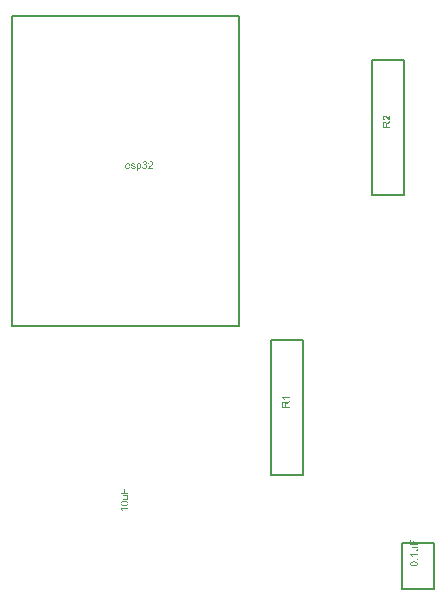
<source format=gbr>
G04*
G04 #@! TF.GenerationSoftware,Altium Limited,Altium Designer,22.4.2 (48)*
G04*
G04 Layer_Color=16711935*
%FSLAX25Y25*%
%MOIN*%
G70*
G04*
G04 #@! TF.SameCoordinates,897C8E4D-7720-40B5-A877-0FB78C4BABC8*
G04*
G04*
G04 #@! TF.FilePolarity,Positive*
G04*
G01*
G75*
%ADD13C,0.00787*%
G36*
X436736Y339615D02*
X437515D01*
Y340798D01*
X437813D01*
Y339615D01*
X438956D01*
Y339280D01*
X436438D01*
Y340984D01*
X436736D01*
Y339615D01*
D02*
G37*
G36*
X438956Y338465D02*
X438691D01*
X438694Y338461D01*
X438705Y338454D01*
X438720Y338443D01*
X438738Y338425D01*
X438760Y338403D01*
X438789Y338378D01*
X438814Y338348D01*
X438843Y338312D01*
X438873Y338272D01*
X438898Y338228D01*
X438924Y338181D01*
X438949Y338130D01*
X438967Y338072D01*
X438982Y338014D01*
X438993Y337948D01*
X438996Y337882D01*
Y337857D01*
X438993Y337824D01*
X438989Y337784D01*
X438982Y337737D01*
X438971Y337686D01*
X438956Y337635D01*
X438935Y337580D01*
X438931Y337573D01*
X438924Y337559D01*
X438909Y337533D01*
X438891Y337504D01*
X438869Y337468D01*
X438843Y337435D01*
X438814Y337402D01*
X438782Y337373D01*
X438778Y337369D01*
X438763Y337362D01*
X438745Y337351D01*
X438716Y337336D01*
X438683Y337318D01*
X438643Y337304D01*
X438600Y337289D01*
X438552Y337278D01*
X438549D01*
X438534Y337275D01*
X438512Y337271D01*
X438483D01*
X438440Y337267D01*
X438392Y337264D01*
X438330Y337260D01*
X438261D01*
X437129D01*
Y337569D01*
X438145D01*
X438148D01*
X438156D01*
X438167D01*
X438185D01*
X438225D01*
X438276Y337573D01*
X438330D01*
X438385Y337577D01*
X438432Y337580D01*
X438472Y337588D01*
X438476D01*
X438490Y337595D01*
X438512Y337602D01*
X438541Y337613D01*
X438570Y337631D01*
X438603Y337653D01*
X438632Y337679D01*
X438661Y337711D01*
X438665Y337715D01*
X438672Y337730D01*
X438683Y337748D01*
X438694Y337777D01*
X438709Y337810D01*
X438720Y337850D01*
X438727Y337893D01*
X438731Y337944D01*
Y337970D01*
X438727Y337995D01*
X438723Y338028D01*
X438713Y338068D01*
X438702Y338112D01*
X438683Y338159D01*
X438661Y338207D01*
X438658Y338214D01*
X438647Y338228D01*
X438632Y338250D01*
X438611Y338276D01*
X438581Y338305D01*
X438549Y338334D01*
X438512Y338359D01*
X438469Y338381D01*
X438461Y338385D01*
X438447Y338388D01*
X438418Y338396D01*
X438378Y338407D01*
X438327Y338418D01*
X438265Y338425D01*
X438192Y338428D01*
X438108Y338432D01*
X437129D01*
Y338742D01*
X438956D01*
Y338465D01*
D02*
G37*
G36*
X437828Y336863D02*
X437872D01*
X437919Y336860D01*
X437970Y336856D01*
X438086Y336845D01*
X438206Y336827D01*
X438323Y336805D01*
X438378Y336790D01*
X438432Y336772D01*
X438436D01*
X438443Y336769D01*
X438458Y336761D01*
X438476Y336754D01*
X438501Y336747D01*
X438527Y336732D01*
X438589Y336703D01*
X438654Y336667D01*
X438727Y336619D01*
X438793Y336565D01*
X438854Y336499D01*
Y336496D01*
X438862Y336492D01*
X438869Y336481D01*
X438876Y336467D01*
X438887Y336448D01*
X438902Y336430D01*
X438927Y336376D01*
X438953Y336310D01*
X438978Y336234D01*
X438993Y336143D01*
X439000Y336044D01*
Y336008D01*
X438996Y335982D01*
X438993Y335953D01*
X438985Y335917D01*
X438978Y335877D01*
X438967Y335833D01*
X438953Y335789D01*
X438938Y335742D01*
X438916Y335695D01*
X438891Y335648D01*
X438862Y335600D01*
X438825Y335553D01*
X438785Y335509D01*
X438742Y335469D01*
X438738Y335466D01*
X438727Y335458D01*
X438709Y335447D01*
X438680Y335429D01*
X438647Y335411D01*
X438603Y335393D01*
X438552Y335367D01*
X438494Y335345D01*
X438428Y335324D01*
X438352Y335302D01*
X438268Y335280D01*
X438174Y335262D01*
X438072Y335244D01*
X437963Y335233D01*
X437843Y335225D01*
X437715Y335222D01*
X437711D01*
X437697D01*
X437671D01*
X437642D01*
X437602Y335225D01*
X437559D01*
X437511Y335229D01*
X437457Y335233D01*
X437344Y335244D01*
X437224Y335262D01*
X437104Y335284D01*
X437049Y335298D01*
X436994Y335313D01*
X436991D01*
X436983Y335316D01*
X436969Y335324D01*
X436951Y335331D01*
X436925Y335338D01*
X436900Y335353D01*
X436838Y335382D01*
X436772Y335418D01*
X436703Y335466D01*
X436634Y335520D01*
X436576Y335586D01*
Y335589D01*
X436568Y335593D01*
X436561Y335604D01*
X436554Y335618D01*
X436539Y335637D01*
X436528Y335659D01*
X436499Y335713D01*
X436474Y335779D01*
X436448Y335855D01*
X436434Y335946D01*
X436427Y336044D01*
Y336077D01*
X436430Y336117D01*
X436438Y336164D01*
X436448Y336219D01*
X436463Y336277D01*
X436481Y336339D01*
X436510Y336397D01*
Y336401D01*
X436514Y336405D01*
X436525Y336423D01*
X436543Y336452D01*
X436568Y336488D01*
X436605Y336528D01*
X436645Y336572D01*
X436692Y336612D01*
X436747Y336652D01*
X436754Y336656D01*
X436772Y336670D01*
X436805Y336685D01*
X436852Y336710D01*
X436907Y336732D01*
X436969Y336761D01*
X437042Y336787D01*
X437122Y336809D01*
X437125D01*
X437133Y336812D01*
X437144Y336816D01*
X437162Y336820D01*
X437184Y336823D01*
X437209Y336827D01*
X437242Y336834D01*
X437278Y336838D01*
X437318Y336845D01*
X437362Y336849D01*
X437413Y336852D01*
X437464Y336860D01*
X437522Y336863D01*
X437580D01*
X437646Y336867D01*
X437715D01*
X437719D01*
X437733D01*
X437759D01*
X437788D01*
X437828Y336863D01*
D02*
G37*
G36*
X438956Y334119D02*
X436987D01*
X436991Y334115D01*
X437005Y334097D01*
X437027Y334075D01*
X437053Y334039D01*
X437085Y333999D01*
X437122Y333948D01*
X437162Y333889D01*
X437202Y333824D01*
Y333820D01*
X437206Y333817D01*
X437220Y333795D01*
X437238Y333758D01*
X437260Y333715D01*
X437286Y333664D01*
X437311Y333609D01*
X437336Y333555D01*
X437358Y333500D01*
X437060D01*
Y333504D01*
X437053Y333511D01*
X437049Y333525D01*
X437038Y333544D01*
X437027Y333565D01*
X437013Y333591D01*
X436976Y333653D01*
X436936Y333726D01*
X436885Y333798D01*
X436827Y333875D01*
X436765Y333951D01*
X436761Y333955D01*
X436758Y333959D01*
X436747Y333969D01*
X436736Y333984D01*
X436699Y334017D01*
X436656Y334061D01*
X436605Y334104D01*
X436547Y334152D01*
X436488Y334192D01*
X436427Y334228D01*
Y334428D01*
X438956D01*
Y334119D01*
D02*
G37*
G36*
X492741Y371265D02*
X490772D01*
X490775Y371261D01*
X490790Y371243D01*
X490812Y371221D01*
X490837Y371185D01*
X490870Y371145D01*
X490907Y371094D01*
X490947Y371036D01*
X490987Y370970D01*
Y370967D01*
X490990Y370963D01*
X491005Y370941D01*
X491023Y370905D01*
X491045Y370861D01*
X491070Y370810D01*
X491096Y370756D01*
X491121Y370701D01*
X491143Y370646D01*
X490845D01*
Y370650D01*
X490837Y370657D01*
X490834Y370672D01*
X490823Y370690D01*
X490812Y370712D01*
X490797Y370737D01*
X490761Y370799D01*
X490721Y370872D01*
X490670Y370945D01*
X490612Y371021D01*
X490550Y371098D01*
X490546Y371101D01*
X490543Y371105D01*
X490532Y371116D01*
X490521Y371130D01*
X490484Y371163D01*
X490441Y371207D01*
X490390Y371251D01*
X490331Y371298D01*
X490273Y371338D01*
X490211Y371374D01*
Y371574D01*
X492741D01*
Y371265D01*
D02*
G37*
G36*
Y369798D02*
X492217Y369467D01*
X492213D01*
X492206Y369460D01*
X492195Y369452D01*
X492181Y369441D01*
X492140Y369416D01*
X492090Y369383D01*
X492035Y369343D01*
X491977Y369303D01*
X491922Y369263D01*
X491871Y369227D01*
X491867Y369223D01*
X491853Y369212D01*
X491831Y369194D01*
X491806Y369168D01*
X491751Y369114D01*
X491726Y369085D01*
X491704Y369056D01*
X491700Y369052D01*
X491696Y369045D01*
X491689Y369030D01*
X491678Y369008D01*
X491667Y368986D01*
X491656Y368961D01*
X491638Y368903D01*
Y368899D01*
X491635Y368892D01*
Y368877D01*
X491631Y368859D01*
X491627Y368834D01*
Y368804D01*
X491624Y368764D01*
Y368335D01*
X492741D01*
Y368000D01*
X490222D01*
Y369168D01*
X490226Y369198D01*
Y369230D01*
X490230Y369307D01*
X490240Y369387D01*
X490251Y369474D01*
X490270Y369554D01*
X490280Y369594D01*
X490291Y369627D01*
Y369631D01*
X490295Y369634D01*
X490306Y369656D01*
X490320Y369689D01*
X490346Y369729D01*
X490379Y369773D01*
X490422Y369820D01*
X490473Y369864D01*
X490532Y369907D01*
X490535D01*
X490539Y369911D01*
X490561Y369926D01*
X490597Y369940D01*
X490645Y369962D01*
X490699Y369980D01*
X490765Y369998D01*
X490834Y370009D01*
X490910Y370013D01*
X490914D01*
X490921D01*
X490936D01*
X490954Y370009D01*
X490979D01*
X491005Y370006D01*
X491067Y369991D01*
X491140Y369969D01*
X491216Y369940D01*
X491292Y369896D01*
X491329Y369867D01*
X491365Y369838D01*
X491369Y369835D01*
X491372Y369831D01*
X491383Y369820D01*
X491394Y369805D01*
X491409Y369787D01*
X491423Y369765D01*
X491442Y369736D01*
X491464Y369707D01*
X491482Y369671D01*
X491500Y369631D01*
X491522Y369587D01*
X491540Y369540D01*
X491554Y369485D01*
X491573Y369430D01*
X491584Y369369D01*
X491595Y369303D01*
X491598Y369310D01*
X491605Y369325D01*
X491620Y369347D01*
X491635Y369376D01*
X491675Y369441D01*
X491700Y369474D01*
X491722Y369503D01*
X491729Y369511D01*
X491747Y369529D01*
X491777Y369558D01*
X491813Y369594D01*
X491864Y369634D01*
X491919Y369682D01*
X491984Y369729D01*
X492057Y369780D01*
X492741Y370213D01*
Y369798D01*
D02*
G37*
G36*
X526367Y463646D02*
X526364D01*
X526349D01*
X526327D01*
X526298Y463649D01*
X526265Y463653D01*
X526229Y463660D01*
X526192Y463667D01*
X526152Y463682D01*
X526149D01*
X526145Y463686D01*
X526123Y463693D01*
X526090Y463707D01*
X526047Y463729D01*
X525996Y463758D01*
X525938Y463795D01*
X525879Y463835D01*
X525817Y463886D01*
X525814D01*
X525810Y463893D01*
X525788Y463911D01*
X525756Y463944D01*
X525708Y463991D01*
X525654Y464046D01*
X525588Y464115D01*
X525515Y464199D01*
X525439Y464290D01*
X525435Y464293D01*
X525424Y464308D01*
X525406Y464330D01*
X525384Y464355D01*
X525355Y464388D01*
X525322Y464428D01*
X525286Y464468D01*
X525246Y464516D01*
X525159Y464607D01*
X525071Y464698D01*
X525028Y464741D01*
X524984Y464781D01*
X524944Y464818D01*
X524904Y464847D01*
X524900D01*
X524897Y464854D01*
X524886Y464861D01*
X524871Y464869D01*
X524831Y464894D01*
X524784Y464923D01*
X524725Y464949D01*
X524664Y464974D01*
X524594Y464989D01*
X524529Y464996D01*
X524525D01*
X524522D01*
X524500Y464992D01*
X524463Y464989D01*
X524423Y464978D01*
X524372Y464963D01*
X524321Y464938D01*
X524270Y464905D01*
X524220Y464861D01*
X524212Y464854D01*
X524198Y464836D01*
X524180Y464810D01*
X524154Y464770D01*
X524132Y464719D01*
X524110Y464661D01*
X524096Y464592D01*
X524092Y464516D01*
Y464494D01*
X524096Y464479D01*
X524099Y464435D01*
X524110Y464385D01*
X524125Y464330D01*
X524150Y464268D01*
X524183Y464210D01*
X524227Y464155D01*
X524234Y464148D01*
X524252Y464133D01*
X524281Y464112D01*
X524325Y464090D01*
X524376Y464064D01*
X524442Y464042D01*
X524514Y464028D01*
X524598Y464020D01*
X524565Y463704D01*
X524562D01*
X524551Y463707D01*
X524533D01*
X524507Y463711D01*
X524478Y463718D01*
X524445Y463726D01*
X524405Y463737D01*
X524365Y463748D01*
X524278Y463777D01*
X524190Y463820D01*
X524147Y463846D01*
X524103Y463879D01*
X524063Y463911D01*
X524027Y463948D01*
X524023Y463951D01*
X524019Y463959D01*
X524008Y463970D01*
X523997Y463988D01*
X523983Y464010D01*
X523968Y464035D01*
X523950Y464064D01*
X523932Y464101D01*
X523914Y464141D01*
X523896Y464184D01*
X523881Y464232D01*
X523866Y464283D01*
X523855Y464337D01*
X523845Y464395D01*
X523841Y464457D01*
X523837Y464523D01*
Y464559D01*
X523841Y464585D01*
X523845Y464614D01*
X523848Y464650D01*
X523855Y464690D01*
X523863Y464730D01*
X523888Y464825D01*
X523925Y464920D01*
X523947Y464967D01*
X523972Y465014D01*
X524005Y465058D01*
X524041Y465098D01*
X524045Y465102D01*
X524048Y465109D01*
X524063Y465116D01*
X524078Y465131D01*
X524096Y465149D01*
X524121Y465167D01*
X524147Y465185D01*
X524180Y465207D01*
X524249Y465244D01*
X524336Y465280D01*
X524380Y465295D01*
X524431Y465302D01*
X524482Y465309D01*
X524536Y465313D01*
X524544D01*
X524562D01*
X524591Y465309D01*
X524631Y465305D01*
X524675Y465298D01*
X524725Y465284D01*
X524780Y465269D01*
X524835Y465247D01*
X524842Y465244D01*
X524860Y465236D01*
X524889Y465222D01*
X524929Y465200D01*
X524973Y465171D01*
X525028Y465134D01*
X525082Y465091D01*
X525144Y465040D01*
X525151Y465032D01*
X525173Y465014D01*
X525191Y464996D01*
X525210Y464978D01*
X525231Y464956D01*
X525261Y464927D01*
X525290Y464898D01*
X525322Y464861D01*
X525359Y464825D01*
X525399Y464781D01*
X525439Y464734D01*
X525486Y464683D01*
X525534Y464625D01*
X525585Y464567D01*
X525588Y464563D01*
X525595Y464556D01*
X525606Y464541D01*
X525621Y464523D01*
X525643Y464501D01*
X525665Y464475D01*
X525712Y464417D01*
X525767Y464355D01*
X525821Y464297D01*
X525868Y464246D01*
X525887Y464224D01*
X525905Y464206D01*
X525909Y464202D01*
X525919Y464192D01*
X525934Y464177D01*
X525956Y464159D01*
X525981Y464141D01*
X526007Y464119D01*
X526069Y464075D01*
Y465316D01*
X526367D01*
Y463646D01*
D02*
G37*
G36*
Y463078D02*
X525843Y462746D01*
X525839D01*
X525832Y462739D01*
X525821Y462732D01*
X525807Y462721D01*
X525767Y462696D01*
X525716Y462663D01*
X525661Y462623D01*
X525603Y462583D01*
X525548Y462543D01*
X525497Y462506D01*
X525493Y462503D01*
X525479Y462492D01*
X525457Y462473D01*
X525432Y462448D01*
X525377Y462393D01*
X525352Y462364D01*
X525330Y462335D01*
X525326Y462332D01*
X525322Y462324D01*
X525315Y462310D01*
X525304Y462288D01*
X525293Y462266D01*
X525282Y462241D01*
X525264Y462182D01*
Y462179D01*
X525261Y462171D01*
Y462157D01*
X525257Y462139D01*
X525253Y462113D01*
Y462084D01*
X525250Y462044D01*
Y461615D01*
X526367D01*
Y461280D01*
X523848D01*
Y462448D01*
X523852Y462477D01*
Y462510D01*
X523855Y462586D01*
X523866Y462666D01*
X523877Y462754D01*
X523896Y462834D01*
X523907Y462874D01*
X523917Y462907D01*
Y462910D01*
X523921Y462914D01*
X523932Y462936D01*
X523947Y462969D01*
X523972Y463009D01*
X524005Y463052D01*
X524048Y463100D01*
X524099Y463143D01*
X524158Y463187D01*
X524161D01*
X524165Y463191D01*
X524187Y463205D01*
X524223Y463220D01*
X524270Y463242D01*
X524325Y463260D01*
X524391Y463278D01*
X524460Y463289D01*
X524536Y463293D01*
X524540D01*
X524547D01*
X524562D01*
X524580Y463289D01*
X524605D01*
X524631Y463285D01*
X524693Y463271D01*
X524765Y463249D01*
X524842Y463220D01*
X524918Y463176D01*
X524955Y463147D01*
X524991Y463118D01*
X524995Y463114D01*
X524999Y463110D01*
X525009Y463100D01*
X525020Y463085D01*
X525035Y463067D01*
X525049Y463045D01*
X525068Y463016D01*
X525090Y462987D01*
X525108Y462950D01*
X525126Y462910D01*
X525148Y462867D01*
X525166Y462819D01*
X525180Y462765D01*
X525199Y462710D01*
X525210Y462648D01*
X525220Y462583D01*
X525224Y462590D01*
X525231Y462605D01*
X525246Y462626D01*
X525261Y462655D01*
X525301Y462721D01*
X525326Y462754D01*
X525348Y462783D01*
X525355Y462790D01*
X525373Y462808D01*
X525402Y462838D01*
X525439Y462874D01*
X525490Y462914D01*
X525545Y462961D01*
X525610Y463009D01*
X525683Y463060D01*
X526367Y463493D01*
Y463078D01*
D02*
G37*
G36*
X533236Y322410D02*
X534015D01*
Y323593D01*
X534313D01*
Y322410D01*
X535456D01*
Y322075D01*
X532937D01*
Y323778D01*
X533236D01*
Y322410D01*
D02*
G37*
G36*
X535456Y321259D02*
X535191D01*
X535194Y321256D01*
X535205Y321249D01*
X535220Y321238D01*
X535238Y321219D01*
X535260Y321198D01*
X535289Y321172D01*
X535314Y321143D01*
X535344Y321107D01*
X535373Y321067D01*
X535398Y321023D01*
X535424Y320976D01*
X535449Y320925D01*
X535467Y320866D01*
X535482Y320808D01*
X535493Y320743D01*
X535496Y320677D01*
Y320652D01*
X535493Y320619D01*
X535489Y320579D01*
X535482Y320532D01*
X535471Y320480D01*
X535456Y320430D01*
X535434Y320375D01*
X535431Y320368D01*
X535424Y320353D01*
X535409Y320328D01*
X535391Y320299D01*
X535369Y320262D01*
X535344Y320229D01*
X535314Y320197D01*
X535282Y320167D01*
X535278Y320164D01*
X535263Y320157D01*
X535245Y320146D01*
X535216Y320131D01*
X535183Y320113D01*
X535143Y320098D01*
X535100Y320084D01*
X535052Y320073D01*
X535049D01*
X535034Y320069D01*
X535012Y320065D01*
X534983D01*
X534939Y320062D01*
X534892Y320058D01*
X534830Y320055D01*
X534761D01*
X533629D01*
Y320364D01*
X534645D01*
X534648D01*
X534656D01*
X534666D01*
X534685D01*
X534725D01*
X534776Y320368D01*
X534830D01*
X534885Y320371D01*
X534932Y320375D01*
X534972Y320382D01*
X534976D01*
X534990Y320390D01*
X535012Y320397D01*
X535041Y320408D01*
X535071Y320426D01*
X535103Y320448D01*
X535132Y320473D01*
X535161Y320506D01*
X535165Y320510D01*
X535172Y320524D01*
X535183Y320542D01*
X535194Y320571D01*
X535209Y320604D01*
X535220Y320644D01*
X535227Y320688D01*
X535231Y320739D01*
Y320764D01*
X535227Y320790D01*
X535223Y320823D01*
X535213Y320863D01*
X535202Y320906D01*
X535183Y320954D01*
X535161Y321001D01*
X535158Y321008D01*
X535147Y321023D01*
X535132Y321045D01*
X535111Y321070D01*
X535081Y321099D01*
X535049Y321128D01*
X535012Y321154D01*
X534969Y321176D01*
X534961Y321179D01*
X534947Y321183D01*
X534918Y321190D01*
X534878Y321201D01*
X534827Y321212D01*
X534765Y321219D01*
X534692Y321223D01*
X534608Y321227D01*
X533629D01*
Y321536D01*
X535456D01*
Y321259D01*
D02*
G37*
G36*
Y318872D02*
X533487D01*
X533491Y318868D01*
X533505Y318850D01*
X533527Y318828D01*
X533553Y318792D01*
X533585Y318752D01*
X533622Y318701D01*
X533662Y318642D01*
X533702Y318577D01*
Y318573D01*
X533706Y318569D01*
X533720Y318548D01*
X533738Y318511D01*
X533760Y318468D01*
X533786Y318417D01*
X533811Y318362D01*
X533837Y318307D01*
X533858Y318253D01*
X533560D01*
Y318256D01*
X533553Y318264D01*
X533549Y318278D01*
X533538Y318297D01*
X533527Y318318D01*
X533513Y318344D01*
X533476Y318406D01*
X533436Y318478D01*
X533385Y318551D01*
X533327Y318628D01*
X533265Y318704D01*
X533261Y318708D01*
X533258Y318711D01*
X533247Y318722D01*
X533236Y318737D01*
X533200Y318770D01*
X533156Y318813D01*
X533105Y318857D01*
X533047Y318904D01*
X532988Y318944D01*
X532927Y318981D01*
Y319181D01*
X535456D01*
Y318872D01*
D02*
G37*
G36*
Y317212D02*
X535103D01*
Y317565D01*
X535456D01*
Y317212D01*
D02*
G37*
G36*
X534328Y316720D02*
X534372D01*
X534419Y316717D01*
X534470Y316713D01*
X534586Y316702D01*
X534706Y316684D01*
X534823Y316662D01*
X534878Y316648D01*
X534932Y316629D01*
X534936D01*
X534943Y316626D01*
X534958Y316618D01*
X534976Y316611D01*
X535001Y316604D01*
X535027Y316589D01*
X535089Y316560D01*
X535154Y316524D01*
X535227Y316476D01*
X535293Y316422D01*
X535354Y316356D01*
Y316353D01*
X535362Y316349D01*
X535369Y316338D01*
X535376Y316324D01*
X535387Y316305D01*
X535402Y316287D01*
X535427Y316233D01*
X535453Y316167D01*
X535478Y316091D01*
X535493Y316000D01*
X535500Y315901D01*
Y315865D01*
X535496Y315840D01*
X535493Y315810D01*
X535486Y315774D01*
X535478Y315734D01*
X535467Y315690D01*
X535453Y315647D01*
X535438Y315599D01*
X535416Y315552D01*
X535391Y315505D01*
X535362Y315457D01*
X535325Y315410D01*
X535285Y315366D01*
X535242Y315326D01*
X535238Y315323D01*
X535227Y315315D01*
X535209Y315304D01*
X535180Y315286D01*
X535147Y315268D01*
X535103Y315250D01*
X535052Y315224D01*
X534994Y315202D01*
X534929Y315181D01*
X534852Y315159D01*
X534768Y315137D01*
X534674Y315119D01*
X534572Y315101D01*
X534463Y315090D01*
X534342Y315082D01*
X534215Y315079D01*
X534211D01*
X534197D01*
X534171D01*
X534142D01*
X534102Y315082D01*
X534059D01*
X534011Y315086D01*
X533957Y315090D01*
X533844Y315101D01*
X533724Y315119D01*
X533604Y315141D01*
X533549Y315155D01*
X533494Y315170D01*
X533491D01*
X533484Y315173D01*
X533469Y315181D01*
X533451Y315188D01*
X533425Y315195D01*
X533400Y315210D01*
X533338Y315239D01*
X533272Y315275D01*
X533203Y315323D01*
X533134Y315377D01*
X533076Y315443D01*
Y315446D01*
X533069Y315450D01*
X533061Y315461D01*
X533054Y315476D01*
X533039Y315494D01*
X533029Y315515D01*
X532999Y315570D01*
X532974Y315636D01*
X532948Y315712D01*
X532934Y315803D01*
X532927Y315901D01*
Y315934D01*
X532930Y315974D01*
X532937Y316021D01*
X532948Y316076D01*
X532963Y316134D01*
X532981Y316196D01*
X533010Y316254D01*
Y316258D01*
X533014Y316262D01*
X533025Y316280D01*
X533043Y316309D01*
X533069Y316346D01*
X533105Y316386D01*
X533145Y316429D01*
X533192Y316469D01*
X533247Y316509D01*
X533254Y316513D01*
X533272Y316528D01*
X533305Y316542D01*
X533352Y316567D01*
X533407Y316589D01*
X533469Y316618D01*
X533542Y316644D01*
X533622Y316666D01*
X533625D01*
X533633Y316669D01*
X533644Y316673D01*
X533662Y316677D01*
X533684Y316680D01*
X533709Y316684D01*
X533742Y316691D01*
X533778Y316695D01*
X533818Y316702D01*
X533862Y316706D01*
X533913Y316709D01*
X533964Y316717D01*
X534022Y316720D01*
X534080D01*
X534146Y316724D01*
X534215D01*
X534219D01*
X534233D01*
X534259D01*
X534288D01*
X534328Y316720D01*
D02*
G37*
G36*
X442657Y449468D02*
X442682Y449464D01*
X442737Y449457D01*
X442802Y449442D01*
X442871Y449421D01*
X442940Y449388D01*
X443010Y449348D01*
X443013D01*
X443017Y449341D01*
X443039Y449326D01*
X443072Y449297D01*
X443112Y449261D01*
X443155Y449213D01*
X443199Y449155D01*
X443243Y449086D01*
X443279Y449009D01*
Y449006D01*
X443283Y448998D01*
X443286Y448987D01*
X443294Y448973D01*
X443301Y448951D01*
X443308Y448926D01*
X443326Y448867D01*
X443344Y448795D01*
X443359Y448714D01*
X443370Y448624D01*
X443374Y448529D01*
Y448525D01*
Y448518D01*
Y448503D01*
Y448482D01*
X443370Y448456D01*
Y448427D01*
X443363Y448361D01*
X443348Y448281D01*
X443330Y448198D01*
X443304Y448110D01*
X443272Y448023D01*
Y448019D01*
X443268Y448012D01*
X443261Y448001D01*
X443254Y447987D01*
X443228Y447947D01*
X443195Y447895D01*
X443155Y447841D01*
X443104Y447786D01*
X443046Y447732D01*
X442977Y447681D01*
X442973D01*
X442970Y447677D01*
X442959Y447670D01*
X442944Y447663D01*
X442908Y447644D01*
X442857Y447622D01*
X442795Y447601D01*
X442729Y447582D01*
X442653Y447568D01*
X442576Y447564D01*
X442551D01*
X442522Y447568D01*
X442485Y447572D01*
X442442Y447579D01*
X442394Y447590D01*
X442347Y447604D01*
X442300Y447626D01*
X442296Y447630D01*
X442278Y447637D01*
X442256Y447652D01*
X442227Y447674D01*
X442198Y447695D01*
X442162Y447724D01*
X442129Y447757D01*
X442100Y447794D01*
Y446905D01*
X441790D01*
Y449432D01*
X442070D01*
Y449191D01*
X442074Y449199D01*
X442089Y449213D01*
X442107Y449239D01*
X442136Y449268D01*
X442169Y449304D01*
X442205Y449337D01*
X442249Y449370D01*
X442292Y449399D01*
X442300Y449403D01*
X442314Y449410D01*
X442344Y449421D01*
X442380Y449435D01*
X442423Y449450D01*
X442475Y449461D01*
X442533Y449468D01*
X442598Y449472D01*
X442638D01*
X442657Y449468D01*
D02*
G37*
G36*
X444527Y450131D02*
X444575Y450123D01*
X444633Y450112D01*
X444698Y450094D01*
X444764Y450072D01*
X444830Y450043D01*
X444833D01*
X444837Y450039D01*
X444859Y450029D01*
X444892Y450007D01*
X444928Y449981D01*
X444972Y449945D01*
X445015Y449905D01*
X445059Y449858D01*
X445095Y449803D01*
X445099Y449796D01*
X445110Y449777D01*
X445124Y449745D01*
X445143Y449705D01*
X445161Y449657D01*
X445175Y449603D01*
X445186Y449541D01*
X445190Y449479D01*
Y449472D01*
Y449450D01*
X445186Y449421D01*
X445179Y449381D01*
X445168Y449333D01*
X445150Y449282D01*
X445128Y449231D01*
X445099Y449180D01*
X445095Y449173D01*
X445084Y449159D01*
X445063Y449133D01*
X445033Y449104D01*
X444997Y449071D01*
X444953Y449035D01*
X444902Y449002D01*
X444840Y448969D01*
X444844D01*
X444851Y448966D01*
X444862Y448962D01*
X444877Y448958D01*
X444917Y448944D01*
X444968Y448922D01*
X445026Y448893D01*
X445084Y448856D01*
X445139Y448809D01*
X445190Y448755D01*
X445194Y448747D01*
X445208Y448725D01*
X445230Y448689D01*
X445252Y448642D01*
X445274Y448584D01*
X445295Y448514D01*
X445310Y448434D01*
X445314Y448347D01*
Y448343D01*
Y448332D01*
Y448314D01*
X445310Y448292D01*
X445306Y448263D01*
X445299Y448230D01*
X445292Y448194D01*
X445285Y448154D01*
X445256Y448067D01*
X445234Y448019D01*
X445212Y447976D01*
X445183Y447928D01*
X445150Y447881D01*
X445114Y447834D01*
X445070Y447790D01*
X445066Y447786D01*
X445059Y447779D01*
X445044Y447768D01*
X445026Y447753D01*
X445004Y447735D01*
X444975Y447717D01*
X444942Y447695D01*
X444902Y447677D01*
X444862Y447655D01*
X444815Y447633D01*
X444768Y447615D01*
X444713Y447597D01*
X444655Y447582D01*
X444593Y447572D01*
X444531Y447564D01*
X444462Y447561D01*
X444429D01*
X444407Y447564D01*
X444378Y447568D01*
X444346Y447572D01*
X444309Y447579D01*
X444269Y447586D01*
X444182Y447608D01*
X444091Y447644D01*
X444043Y447666D01*
X444000Y447692D01*
X443956Y447724D01*
X443912Y447757D01*
X443909Y447761D01*
X443901Y447768D01*
X443890Y447779D01*
X443880Y447794D01*
X443861Y447812D01*
X443843Y447837D01*
X443821Y447863D01*
X443799Y447895D01*
X443778Y447932D01*
X443756Y447968D01*
X443716Y448056D01*
X443683Y448158D01*
X443672Y448212D01*
X443665Y448270D01*
X443974Y448311D01*
Y448307D01*
X443978Y448300D01*
X443982Y448285D01*
X443985Y448267D01*
X443989Y448245D01*
X443996Y448219D01*
X444014Y448165D01*
X444040Y448099D01*
X444072Y448037D01*
X444109Y447979D01*
X444152Y447928D01*
X444160Y447925D01*
X444174Y447910D01*
X444204Y447892D01*
X444240Y447874D01*
X444284Y447852D01*
X444338Y447834D01*
X444400Y447819D01*
X444466Y447815D01*
X444487D01*
X444502Y447819D01*
X444542Y447823D01*
X444593Y447834D01*
X444651Y447852D01*
X444713Y447877D01*
X444775Y447914D01*
X444833Y447965D01*
X444840Y447972D01*
X444859Y447994D01*
X444881Y448027D01*
X444910Y448070D01*
X444939Y448125D01*
X444961Y448187D01*
X444979Y448259D01*
X444986Y448340D01*
Y448343D01*
Y448350D01*
Y448361D01*
X444982Y448376D01*
X444979Y448416D01*
X444968Y448463D01*
X444953Y448522D01*
X444928Y448580D01*
X444892Y448638D01*
X444844Y448693D01*
X444837Y448700D01*
X444819Y448714D01*
X444790Y448736D01*
X444749Y448762D01*
X444698Y448787D01*
X444637Y448809D01*
X444567Y448824D01*
X444491Y448831D01*
X444458D01*
X444433Y448827D01*
X444400Y448824D01*
X444364Y448816D01*
X444320Y448809D01*
X444273Y448798D01*
X444309Y449071D01*
X444327D01*
X444342Y449068D01*
X444389D01*
X444429Y449075D01*
X444477Y449082D01*
X444531Y449093D01*
X444593Y449111D01*
X444651Y449137D01*
X444713Y449169D01*
X444717D01*
X444720Y449173D01*
X444739Y449188D01*
X444764Y449213D01*
X444793Y449246D01*
X444822Y449293D01*
X444848Y449348D01*
X444866Y449410D01*
X444873Y449446D01*
Y449486D01*
Y449490D01*
Y449494D01*
Y449515D01*
X444866Y449544D01*
X444859Y449584D01*
X444844Y449628D01*
X444826Y449676D01*
X444797Y449723D01*
X444757Y449766D01*
X444753Y449770D01*
X444735Y449785D01*
X444709Y449803D01*
X444677Y449825D01*
X444633Y449843D01*
X444582Y449861D01*
X444524Y449876D01*
X444458Y449879D01*
X444429D01*
X444396Y449872D01*
X444353Y449865D01*
X444305Y449850D01*
X444258Y449832D01*
X444207Y449803D01*
X444160Y449766D01*
X444156Y449763D01*
X444142Y449745D01*
X444120Y449719D01*
X444094Y449683D01*
X444069Y449635D01*
X444043Y449577D01*
X444022Y449508D01*
X444007Y449428D01*
X443698Y449482D01*
Y449486D01*
X443701Y449497D01*
X443705Y449512D01*
X443709Y449534D01*
X443716Y449559D01*
X443727Y449588D01*
X443749Y449657D01*
X443785Y449737D01*
X443829Y449817D01*
X443883Y449894D01*
X443952Y449963D01*
X443956Y449967D01*
X443963Y449970D01*
X443974Y449978D01*
X443989Y449989D01*
X444007Y450003D01*
X444032Y450018D01*
X444058Y450032D01*
X444091Y450050D01*
X444164Y450079D01*
X444247Y450109D01*
X444346Y450127D01*
X444396Y450134D01*
X444487D01*
X444527Y450131D01*
D02*
G37*
G36*
X440702Y449468D02*
X440756Y449464D01*
X440815Y449457D01*
X440877Y449442D01*
X440942Y449428D01*
X441004Y449406D01*
X441008D01*
X441011Y449403D01*
X441029Y449395D01*
X441059Y449381D01*
X441095Y449362D01*
X441135Y449337D01*
X441175Y449308D01*
X441211Y449275D01*
X441244Y449239D01*
X441248Y449235D01*
X441255Y449221D01*
X441270Y449195D01*
X441288Y449166D01*
X441306Y449122D01*
X441324Y449075D01*
X441339Y449020D01*
X441353Y448958D01*
X441051Y448918D01*
Y448926D01*
X441048Y448940D01*
X441040Y448966D01*
X441029Y448998D01*
X441011Y449031D01*
X440989Y449068D01*
X440964Y449104D01*
X440928Y449137D01*
X440924Y449140D01*
X440909Y449148D01*
X440887Y449162D01*
X440855Y449177D01*
X440818Y449191D01*
X440771Y449206D01*
X440713Y449213D01*
X440651Y449217D01*
X440615D01*
X440578Y449213D01*
X440531Y449210D01*
X440483Y449199D01*
X440433Y449188D01*
X440385Y449169D01*
X440345Y449144D01*
X440342Y449140D01*
X440331Y449133D01*
X440316Y449119D01*
X440301Y449097D01*
X440283Y449075D01*
X440269Y449046D01*
X440258Y449013D01*
X440254Y448980D01*
Y448977D01*
Y448969D01*
X440258Y448958D01*
Y448944D01*
X440269Y448907D01*
X440290Y448871D01*
X440294Y448867D01*
X440298Y448864D01*
X440305Y448853D01*
X440320Y448842D01*
X440334Y448831D01*
X440356Y448816D01*
X440381Y448806D01*
X440411Y448791D01*
X440414D01*
X440422Y448787D01*
X440436Y448784D01*
X440462Y448773D01*
X440498Y448762D01*
X440545Y448751D01*
X440574Y448740D01*
X440607Y448733D01*
X440644Y448722D01*
X440684Y448711D01*
X440687D01*
X440698Y448707D01*
X440716Y448704D01*
X440738Y448696D01*
X440764Y448689D01*
X440797Y448682D01*
X440866Y448660D01*
X440942Y448638D01*
X441018Y448613D01*
X441088Y448587D01*
X441117Y448576D01*
X441142Y448565D01*
X441150Y448562D01*
X441164Y448554D01*
X441186Y448543D01*
X441219Y448525D01*
X441252Y448503D01*
X441284Y448474D01*
X441317Y448442D01*
X441346Y448405D01*
X441350Y448401D01*
X441357Y448387D01*
X441372Y448365D01*
X441386Y448332D01*
X441397Y448292D01*
X441412Y448249D01*
X441419Y448198D01*
X441423Y448139D01*
Y448132D01*
Y448114D01*
X441419Y448085D01*
X441412Y448045D01*
X441401Y448001D01*
X441383Y447954D01*
X441361Y447899D01*
X441331Y447848D01*
X441328Y447841D01*
X441313Y447826D01*
X441295Y447801D01*
X441266Y447772D01*
X441226Y447739D01*
X441182Y447703D01*
X441131Y447670D01*
X441070Y447637D01*
X441066D01*
X441062Y447633D01*
X441040Y447626D01*
X441004Y447615D01*
X440957Y447601D01*
X440898Y447586D01*
X440833Y447575D01*
X440764Y447568D01*
X440684Y447564D01*
X440651D01*
X440625Y447568D01*
X440596D01*
X440560Y447572D01*
X440523Y447575D01*
X440483Y447582D01*
X440396Y447601D01*
X440305Y447626D01*
X440218Y447663D01*
X440178Y447684D01*
X440141Y447710D01*
X440138Y447714D01*
X440134Y447717D01*
X440112Y447739D01*
X440079Y447772D01*
X440043Y447823D01*
X440003Y447885D01*
X439963Y447957D01*
X439930Y448048D01*
X439905Y448150D01*
X440210Y448198D01*
Y448194D01*
Y448190D01*
X440218Y448169D01*
X440225Y448132D01*
X440239Y448092D01*
X440258Y448048D01*
X440280Y448001D01*
X440312Y447954D01*
X440352Y447914D01*
X440360Y447910D01*
X440374Y447899D01*
X440403Y447885D01*
X440440Y447866D01*
X440487Y447848D01*
X440542Y447834D01*
X440607Y447823D01*
X440684Y447819D01*
X440720D01*
X440756Y447823D01*
X440804Y447830D01*
X440855Y447841D01*
X440909Y447856D01*
X440957Y447874D01*
X441000Y447903D01*
X441004Y447906D01*
X441018Y447917D01*
X441033Y447935D01*
X441055Y447961D01*
X441073Y447990D01*
X441091Y448027D01*
X441102Y448063D01*
X441106Y448107D01*
Y448110D01*
Y448125D01*
X441102Y448143D01*
X441095Y448169D01*
X441084Y448194D01*
X441066Y448219D01*
X441044Y448249D01*
X441011Y448270D01*
X441008Y448274D01*
X440997Y448278D01*
X440978Y448289D01*
X440949Y448300D01*
X440906Y448314D01*
X440880Y448325D01*
X440851Y448332D01*
X440818Y448343D01*
X440782Y448354D01*
X440742Y448365D01*
X440695Y448376D01*
X440691D01*
X440680Y448380D01*
X440662Y448383D01*
X440640Y448390D01*
X440611Y448398D01*
X440578Y448409D01*
X440509Y448427D01*
X440429Y448452D01*
X440352Y448474D01*
X440280Y448500D01*
X440247Y448514D01*
X440221Y448525D01*
X440214Y448529D01*
X440200Y448536D01*
X440178Y448551D01*
X440148Y448569D01*
X440116Y448594D01*
X440083Y448624D01*
X440050Y448656D01*
X440021Y448696D01*
X440018Y448700D01*
X440010Y448714D01*
X439999Y448740D01*
X439988Y448769D01*
X439978Y448806D01*
X439967Y448849D01*
X439959Y448893D01*
X439956Y448944D01*
Y448951D01*
Y448966D01*
X439959Y448987D01*
X439963Y449020D01*
X439970Y449053D01*
X439978Y449093D01*
X439992Y449129D01*
X440010Y449169D01*
X440014Y449173D01*
X440021Y449188D01*
X440032Y449206D01*
X440050Y449231D01*
X440072Y449257D01*
X440098Y449290D01*
X440127Y449319D01*
X440163Y449344D01*
X440167Y449348D01*
X440178Y449352D01*
X440192Y449362D01*
X440214Y449373D01*
X440243Y449388D01*
X440276Y449403D01*
X440316Y449417D01*
X440360Y449432D01*
X440367Y449435D01*
X440381Y449439D01*
X440407Y449446D01*
X440440Y449453D01*
X440480Y449461D01*
X440523Y449464D01*
X440574Y449472D01*
X440662D01*
X440702Y449468D01*
D02*
G37*
G36*
X446515Y450131D02*
X446544Y450127D01*
X446580Y450123D01*
X446621Y450116D01*
X446661Y450109D01*
X446755Y450083D01*
X446850Y450047D01*
X446897Y450025D01*
X446944Y449999D01*
X446988Y449967D01*
X447028Y449930D01*
X447032Y449927D01*
X447039Y449923D01*
X447046Y449908D01*
X447061Y449894D01*
X447079Y449876D01*
X447097Y449850D01*
X447116Y449825D01*
X447137Y449792D01*
X447174Y449723D01*
X447210Y449635D01*
X447225Y449592D01*
X447232Y449541D01*
X447239Y449490D01*
X447243Y449435D01*
Y449428D01*
Y449410D01*
X447239Y449381D01*
X447236Y449341D01*
X447228Y449297D01*
X447214Y449246D01*
X447199Y449191D01*
X447177Y449137D01*
X447174Y449129D01*
X447166Y449111D01*
X447152Y449082D01*
X447130Y449042D01*
X447101Y448998D01*
X447064Y448944D01*
X447021Y448889D01*
X446970Y448827D01*
X446963Y448820D01*
X446944Y448798D01*
X446926Y448780D01*
X446908Y448762D01*
X446886Y448740D01*
X446857Y448711D01*
X446828Y448682D01*
X446792Y448649D01*
X446755Y448613D01*
X446711Y448572D01*
X446664Y448532D01*
X446613Y448485D01*
X446555Y448438D01*
X446497Y448387D01*
X446493Y448383D01*
X446486Y448376D01*
X446471Y448365D01*
X446453Y448350D01*
X446431Y448329D01*
X446406Y448307D01*
X446348Y448259D01*
X446286Y448205D01*
X446227Y448150D01*
X446176Y448103D01*
X446155Y448085D01*
X446136Y448067D01*
X446133Y448063D01*
X446122Y448052D01*
X446107Y448037D01*
X446089Y448016D01*
X446071Y447990D01*
X446049Y447965D01*
X446005Y447903D01*
X447247D01*
Y447604D01*
X445576D01*
Y447608D01*
Y447622D01*
Y447644D01*
X445579Y447674D01*
X445583Y447706D01*
X445590Y447743D01*
X445598Y447779D01*
X445612Y447819D01*
Y447823D01*
X445616Y447826D01*
X445623Y447848D01*
X445638Y447881D01*
X445659Y447925D01*
X445689Y447976D01*
X445725Y448034D01*
X445765Y448092D01*
X445816Y448154D01*
Y448158D01*
X445823Y448161D01*
X445842Y448183D01*
X445874Y448216D01*
X445922Y448263D01*
X445976Y448318D01*
X446045Y448383D01*
X446129Y448456D01*
X446220Y448532D01*
X446224Y448536D01*
X446238Y448547D01*
X446260Y448565D01*
X446286Y448587D01*
X446318Y448616D01*
X446358Y448649D01*
X446398Y448685D01*
X446446Y448725D01*
X446537Y448813D01*
X446628Y448900D01*
X446671Y448944D01*
X446711Y448987D01*
X446748Y449027D01*
X446777Y449068D01*
Y449071D01*
X446784Y449075D01*
X446792Y449086D01*
X446799Y449100D01*
X446824Y449140D01*
X446853Y449188D01*
X446879Y449246D01*
X446904Y449308D01*
X446919Y449377D01*
X446926Y449442D01*
Y449446D01*
Y449450D01*
X446923Y449472D01*
X446919Y449508D01*
X446908Y449548D01*
X446894Y449599D01*
X446868Y449650D01*
X446835Y449701D01*
X446792Y449752D01*
X446784Y449759D01*
X446766Y449774D01*
X446741Y449792D01*
X446701Y449817D01*
X446650Y449839D01*
X446591Y449861D01*
X446522Y449876D01*
X446446Y449879D01*
X446424D01*
X446409Y449876D01*
X446366Y449872D01*
X446315Y449861D01*
X446260Y449847D01*
X446198Y449821D01*
X446140Y449788D01*
X446085Y449745D01*
X446078Y449737D01*
X446064Y449719D01*
X446042Y449690D01*
X446020Y449646D01*
X445994Y449595D01*
X445972Y449530D01*
X445958Y449457D01*
X445951Y449373D01*
X445634Y449406D01*
Y449410D01*
X445638Y449421D01*
Y449439D01*
X445641Y449464D01*
X445649Y449494D01*
X445656Y449526D01*
X445667Y449566D01*
X445678Y449606D01*
X445707Y449694D01*
X445751Y449781D01*
X445776Y449825D01*
X445809Y449868D01*
X445842Y449908D01*
X445878Y449945D01*
X445882Y449949D01*
X445889Y449952D01*
X445900Y449963D01*
X445918Y449974D01*
X445940Y449989D01*
X445965Y450003D01*
X445994Y450021D01*
X446031Y450039D01*
X446071Y450058D01*
X446114Y450076D01*
X446162Y450090D01*
X446213Y450105D01*
X446267Y450116D01*
X446326Y450127D01*
X446387Y450131D01*
X446453Y450134D01*
X446489D01*
X446515Y450131D01*
D02*
G37*
G36*
X438878Y449468D02*
X438907Y449464D01*
X438944Y449457D01*
X438984Y449450D01*
X439031Y449439D01*
X439075Y449428D01*
X439126Y449410D01*
X439173Y449392D01*
X439224Y449366D01*
X439275Y449337D01*
X439326Y449304D01*
X439373Y449264D01*
X439417Y449221D01*
X439421Y449217D01*
X439428Y449210D01*
X439439Y449195D01*
X439453Y449173D01*
X439471Y449148D01*
X439490Y449119D01*
X439511Y449082D01*
X439533Y449039D01*
X439555Y448991D01*
X439577Y448940D01*
X439595Y448882D01*
X439613Y448820D01*
X439628Y448751D01*
X439639Y448678D01*
X439646Y448602D01*
X439650Y448518D01*
Y448514D01*
Y448500D01*
Y448474D01*
X439646Y448438D01*
X438281D01*
Y448434D01*
Y448423D01*
X438285Y448409D01*
Y448387D01*
X438288Y448361D01*
X438296Y448332D01*
X438307Y448267D01*
X438329Y448194D01*
X438358Y448114D01*
X438398Y448041D01*
X438449Y447976D01*
X438452D01*
X438456Y447968D01*
X438478Y447950D01*
X438511Y447925D01*
X438554Y447899D01*
X438613Y447870D01*
X438678Y447845D01*
X438751Y447826D01*
X438791Y447823D01*
X438834Y447819D01*
X438864D01*
X438896Y447823D01*
X438936Y447830D01*
X438980Y447841D01*
X439031Y447856D01*
X439078Y447877D01*
X439126Y447906D01*
X439129Y447910D01*
X439148Y447925D01*
X439169Y447947D01*
X439195Y447976D01*
X439224Y448016D01*
X439257Y448067D01*
X439290Y448125D01*
X439319Y448194D01*
X439639Y448154D01*
Y448150D01*
X439635Y448143D01*
X439632Y448129D01*
X439624Y448107D01*
X439613Y448085D01*
X439603Y448056D01*
X439573Y447994D01*
X439537Y447925D01*
X439486Y447852D01*
X439428Y447783D01*
X439355Y447717D01*
X439351D01*
X439344Y447710D01*
X439333Y447703D01*
X439319Y447692D01*
X439297Y447681D01*
X439275Y447670D01*
X439246Y447655D01*
X439213Y447641D01*
X439177Y447626D01*
X439140Y447612D01*
X439049Y447590D01*
X438947Y447572D01*
X438834Y447564D01*
X438795D01*
X438769Y447568D01*
X438736Y447572D01*
X438696Y447579D01*
X438653Y447586D01*
X438605Y447593D01*
X438503Y447622D01*
X438449Y447644D01*
X438398Y447666D01*
X438343Y447695D01*
X438292Y447728D01*
X438245Y447764D01*
X438198Y447808D01*
X438194Y447812D01*
X438187Y447819D01*
X438176Y447834D01*
X438161Y447856D01*
X438143Y447881D01*
X438125Y447910D01*
X438103Y447947D01*
X438081Y447987D01*
X438059Y448034D01*
X438037Y448085D01*
X438019Y448143D01*
X438001Y448205D01*
X437986Y448270D01*
X437976Y448343D01*
X437968Y448420D01*
X437964Y448500D01*
Y448503D01*
Y448522D01*
Y448543D01*
X437968Y448576D01*
X437972Y448616D01*
X437976Y448660D01*
X437983Y448711D01*
X437994Y448762D01*
X438023Y448878D01*
X438041Y448937D01*
X438063Y448998D01*
X438092Y449057D01*
X438125Y449111D01*
X438161Y449166D01*
X438201Y449217D01*
X438205Y449221D01*
X438212Y449228D01*
X438227Y449239D01*
X438245Y449257D01*
X438267Y449275D01*
X438296Y449297D01*
X438329Y449322D01*
X438369Y449344D01*
X438409Y449370D01*
X438456Y449392D01*
X438507Y449413D01*
X438561Y449432D01*
X438620Y449450D01*
X438682Y449461D01*
X438747Y449468D01*
X438816Y449472D01*
X438853D01*
X438878Y449468D01*
D02*
G37*
%LPC*%
G36*
X437828Y336550D02*
X437715D01*
X437711D01*
X437708D01*
X437690D01*
X437657D01*
X437613Y336547D01*
X437566D01*
X437508Y336543D01*
X437446Y336539D01*
X437377Y336532D01*
X437238Y336514D01*
X437169Y336503D01*
X437104Y336488D01*
X437042Y336474D01*
X436983Y336452D01*
X436933Y336430D01*
X436889Y336405D01*
X436885D01*
X436881Y336397D01*
X436871Y336390D01*
X436856Y336379D01*
X436823Y336346D01*
X436783Y336306D01*
X436747Y336252D01*
X436714Y336190D01*
X436699Y336157D01*
X436689Y336121D01*
X436685Y336081D01*
X436681Y336041D01*
Y336019D01*
X436685Y336004D01*
X436692Y335964D01*
X436703Y335917D01*
X436725Y335862D01*
X436758Y335804D01*
X436780Y335775D01*
X436801Y335746D01*
X436831Y335720D01*
X436863Y335695D01*
X436867D01*
X436874Y335688D01*
X436889Y335680D01*
X436907Y335669D01*
X436936Y335659D01*
X436969Y335644D01*
X437009Y335633D01*
X437056Y335618D01*
X437111Y335604D01*
X437173Y335589D01*
X437242Y335575D01*
X437318Y335564D01*
X437406Y335553D01*
X437500Y335546D01*
X437602Y335542D01*
X437715Y335538D01*
X437722D01*
X437741D01*
X437773D01*
X437817Y335542D01*
X437864D01*
X437923Y335546D01*
X437985Y335549D01*
X438050Y335557D01*
X438192Y335575D01*
X438261Y335586D01*
X438327Y335600D01*
X438388Y335615D01*
X438447Y335637D01*
X438498Y335659D01*
X438541Y335684D01*
X438545D01*
X438549Y335691D01*
X438574Y335709D01*
X438607Y335742D01*
X438643Y335782D01*
X438680Y335837D01*
X438713Y335899D01*
X438738Y335968D01*
X438742Y336004D01*
X438745Y336044D01*
Y336066D01*
X438742Y336081D01*
X438734Y336117D01*
X438720Y336168D01*
X438694Y336223D01*
X438658Y336284D01*
X438636Y336314D01*
X438607Y336343D01*
X438578Y336372D01*
X438541Y336401D01*
X438538D01*
X438530Y336408D01*
X438519Y336416D01*
X438501Y336423D01*
X438476Y336437D01*
X438443Y336448D01*
X438407Y336463D01*
X438363Y336477D01*
X438308Y336488D01*
X438250Y336503D01*
X438181Y336518D01*
X438108Y336528D01*
X438021Y336536D01*
X437930Y336543D01*
X437828Y336550D01*
D02*
G37*
G36*
X490914Y369671D02*
X490910D01*
X490907D01*
X490885Y369667D01*
X490852Y369664D01*
X490808Y369656D01*
X490765Y369638D01*
X490714Y369616D01*
X490666Y369583D01*
X490619Y369540D01*
X490615Y369532D01*
X490601Y369514D01*
X490583Y369485D01*
X490561Y369438D01*
X490539Y369383D01*
X490521Y369310D01*
X490506Y369227D01*
X490503Y369128D01*
Y368335D01*
X491336D01*
Y369085D01*
X491332Y369128D01*
X491329Y369179D01*
X491325Y369238D01*
X491318Y369296D01*
X491307Y369354D01*
X491292Y369405D01*
X491289Y369412D01*
X491282Y369427D01*
X491271Y369449D01*
X491256Y369478D01*
X491234Y369511D01*
X491209Y369543D01*
X491176Y369576D01*
X491140Y369602D01*
X491136Y369605D01*
X491121Y369613D01*
X491100Y369623D01*
X491070Y369638D01*
X491038Y369649D01*
X491001Y369660D01*
X490957Y369667D01*
X490914Y369671D01*
D02*
G37*
G36*
X524540Y462950D02*
X524536D01*
X524533D01*
X524511Y462947D01*
X524478Y462943D01*
X524434Y462936D01*
X524391Y462918D01*
X524340Y462896D01*
X524292Y462863D01*
X524245Y462819D01*
X524241Y462812D01*
X524227Y462794D01*
X524209Y462765D01*
X524187Y462717D01*
X524165Y462663D01*
X524147Y462590D01*
X524132Y462506D01*
X524128Y462408D01*
Y461615D01*
X524962D01*
Y462364D01*
X524958Y462408D01*
X524955Y462459D01*
X524951Y462517D01*
X524944Y462575D01*
X524933Y462634D01*
X524918Y462685D01*
X524915Y462692D01*
X524907Y462707D01*
X524897Y462728D01*
X524882Y462757D01*
X524860Y462790D01*
X524835Y462823D01*
X524802Y462856D01*
X524765Y462881D01*
X524762Y462885D01*
X524747Y462892D01*
X524725Y462903D01*
X524696Y462918D01*
X524664Y462928D01*
X524627Y462939D01*
X524583Y462947D01*
X524540Y462950D01*
D02*
G37*
G36*
X534328Y316407D02*
X534215D01*
X534211D01*
X534208D01*
X534190D01*
X534157D01*
X534113Y316404D01*
X534066D01*
X534008Y316400D01*
X533946Y316396D01*
X533877Y316389D01*
X533738Y316371D01*
X533669Y316360D01*
X533604Y316346D01*
X533542Y316331D01*
X533484Y316309D01*
X533432Y316287D01*
X533389Y316262D01*
X533385D01*
X533382Y316254D01*
X533371Y316247D01*
X533356Y316236D01*
X533323Y316203D01*
X533283Y316163D01*
X533247Y316109D01*
X533214Y316047D01*
X533200Y316014D01*
X533189Y315978D01*
X533185Y315938D01*
X533181Y315898D01*
Y315876D01*
X533185Y315861D01*
X533192Y315821D01*
X533203Y315774D01*
X533225Y315719D01*
X533258Y315661D01*
X533280Y315632D01*
X533301Y315603D01*
X533331Y315577D01*
X533363Y315552D01*
X533367D01*
X533374Y315545D01*
X533389Y315537D01*
X533407Y315527D01*
X533436Y315515D01*
X533469Y315501D01*
X533509Y315490D01*
X533556Y315476D01*
X533611Y315461D01*
X533673Y315446D01*
X533742Y315432D01*
X533818Y315421D01*
X533906Y315410D01*
X534000Y315403D01*
X534102Y315399D01*
X534215Y315395D01*
X534222D01*
X534241D01*
X534273D01*
X534317Y315399D01*
X534364D01*
X534423Y315403D01*
X534484Y315406D01*
X534550Y315414D01*
X534692Y315432D01*
X534761Y315443D01*
X534827Y315457D01*
X534889Y315472D01*
X534947Y315494D01*
X534998Y315515D01*
X535041Y315541D01*
X535045D01*
X535049Y315548D01*
X535074Y315566D01*
X535107Y315599D01*
X535143Y315639D01*
X535180Y315694D01*
X535213Y315756D01*
X535238Y315825D01*
X535242Y315861D01*
X535245Y315901D01*
Y315923D01*
X535242Y315938D01*
X535234Y315974D01*
X535220Y316025D01*
X535194Y316080D01*
X535158Y316142D01*
X535136Y316171D01*
X535107Y316200D01*
X535078Y316229D01*
X535041Y316258D01*
X535038D01*
X535031Y316265D01*
X535019Y316273D01*
X535001Y316280D01*
X534976Y316295D01*
X534943Y316305D01*
X534907Y316320D01*
X534863Y316335D01*
X534808Y316346D01*
X534750Y316360D01*
X534681Y316375D01*
X534608Y316386D01*
X534521Y316393D01*
X534430Y316400D01*
X534328Y316407D01*
D02*
G37*
G36*
X442569Y449228D02*
X442551D01*
X442536Y449224D01*
X442500Y449217D01*
X442453Y449206D01*
X442398Y449184D01*
X442340Y449151D01*
X442307Y449129D01*
X442278Y449104D01*
X442249Y449075D01*
X442220Y449042D01*
Y449039D01*
X442212Y449035D01*
X442205Y449024D01*
X442198Y449009D01*
X442187Y448987D01*
X442172Y448966D01*
X442158Y448937D01*
X442147Y448907D01*
X442132Y448871D01*
X442118Y448831D01*
X442107Y448787D01*
X442092Y448740D01*
X442085Y448685D01*
X442078Y448631D01*
X442070Y448572D01*
Y448507D01*
Y448503D01*
Y448492D01*
Y448474D01*
X442074Y448449D01*
Y448420D01*
X442078Y448387D01*
X442089Y448311D01*
X442107Y448223D01*
X442129Y448139D01*
X442165Y448056D01*
X442187Y448019D01*
X442212Y447987D01*
X442220Y447979D01*
X442238Y447961D01*
X442267Y447932D01*
X442307Y447903D01*
X442358Y447874D01*
X442416Y447845D01*
X442482Y447826D01*
X442518Y447823D01*
X442555Y447819D01*
X442576D01*
X442591Y447823D01*
X442627Y447830D01*
X442678Y447841D01*
X442733Y447863D01*
X442791Y447892D01*
X442849Y447935D01*
X442878Y447961D01*
X442908Y447990D01*
Y447994D01*
X442915Y447997D01*
X442922Y448008D01*
X442930Y448023D01*
X442944Y448041D01*
X442955Y448067D01*
X442970Y448092D01*
X442984Y448125D01*
X442995Y448158D01*
X443010Y448201D01*
X443024Y448245D01*
X443035Y448292D01*
X443042Y448347D01*
X443050Y448405D01*
X443057Y448467D01*
Y448532D01*
Y448536D01*
Y448547D01*
Y448565D01*
X443053Y448591D01*
Y448620D01*
X443050Y448653D01*
X443039Y448729D01*
X443020Y448813D01*
X442995Y448897D01*
X442959Y448980D01*
X442937Y449020D01*
X442911Y449053D01*
Y449057D01*
X442904Y449060D01*
X442886Y449082D01*
X442857Y449108D01*
X442817Y449140D01*
X442766Y449173D01*
X442707Y449202D01*
X442642Y449221D01*
X442606Y449224D01*
X442569Y449228D01*
D02*
G37*
G36*
X438820Y449217D02*
X438798D01*
X438784Y449213D01*
X438743Y449210D01*
X438696Y449199D01*
X438638Y449180D01*
X438576Y449155D01*
X438518Y449119D01*
X438460Y449071D01*
X438452Y449064D01*
X438438Y449046D01*
X438412Y449013D01*
X438387Y448969D01*
X438358Y448918D01*
X438332Y448853D01*
X438310Y448776D01*
X438299Y448693D01*
X439322D01*
Y448696D01*
Y448704D01*
X439319Y448714D01*
Y448729D01*
X439311Y448773D01*
X439300Y448820D01*
X439282Y448878D01*
X439264Y448933D01*
X439235Y448987D01*
X439202Y449035D01*
Y449039D01*
X439195Y449042D01*
X439177Y449064D01*
X439144Y449093D01*
X439100Y449126D01*
X439046Y449159D01*
X438980Y449188D01*
X438904Y449210D01*
X438864Y449213D01*
X438820Y449217D01*
D02*
G37*
%LPD*%
D13*
X486685Y345461D02*
X497315D01*
Y390539D01*
X486685D02*
X497315D01*
X486685Y345461D02*
Y390539D01*
X520311Y438740D02*
X530941D01*
Y483819D01*
X520311D02*
X530941D01*
X520311Y438740D02*
Y483819D01*
X530185Y307402D02*
X540815D01*
Y322756D01*
X530185D02*
X540815D01*
X530185Y307402D02*
Y322756D01*
X400169Y395232D02*
Y498579D01*
Y395232D02*
X475760D01*
Y498579D01*
X400169D02*
X475760D01*
M02*

</source>
